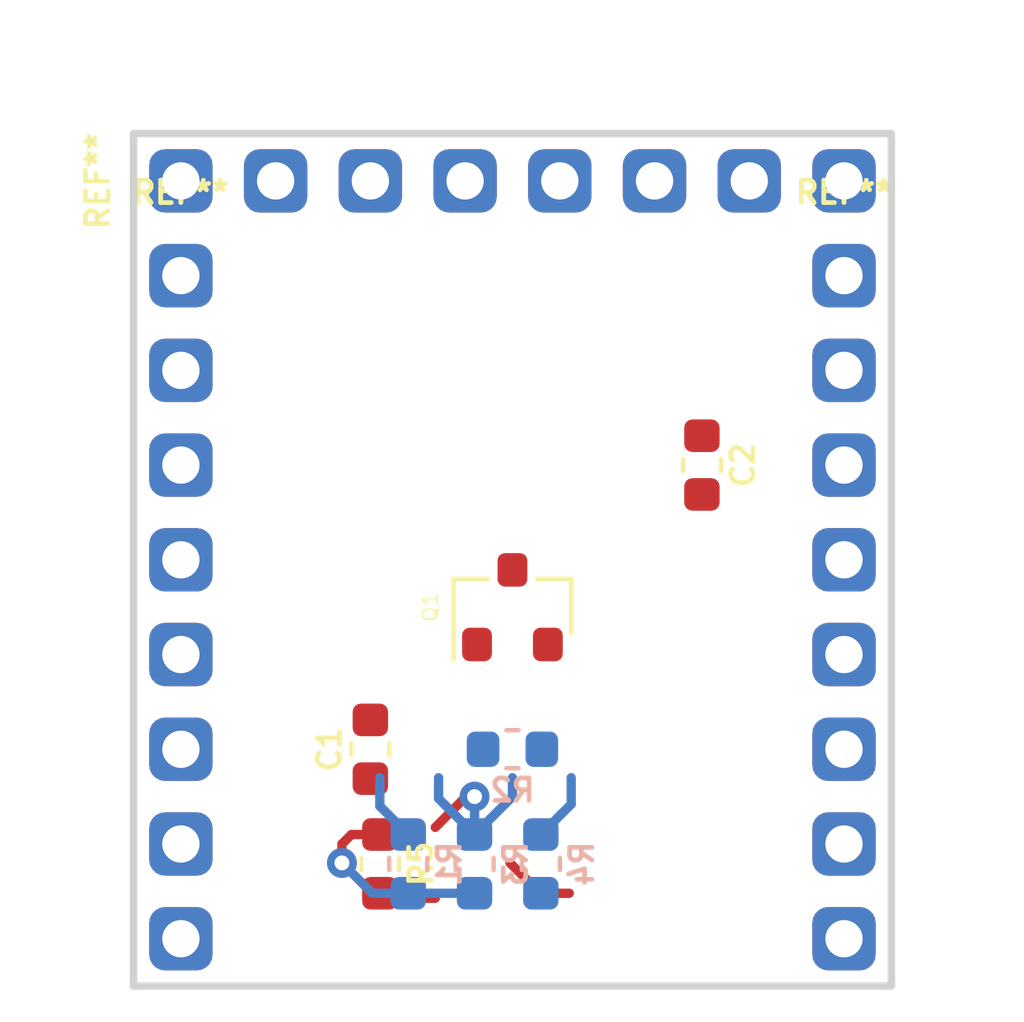
<source format=kicad_pcb>
(kicad_pcb (version 20171130) (host pcbnew "(5.0.2)-1")

  (general
    (thickness 1.6)
    (drawings 4)
    (tracks 23)
    (zones 0)
    (modules 11)
    (nets 8)
  )

  (page A4)
  (layers
    (0 F.Cu signal)
    (31 B.Cu signal)
    (32 B.Adhes user)
    (33 F.Adhes user)
    (34 B.Paste user)
    (35 F.Paste user)
    (36 B.SilkS user)
    (37 F.SilkS user)
    (38 B.Mask user)
    (39 F.Mask user)
    (40 Dwgs.User user)
    (41 Cmts.User user)
    (42 Eco1.User user)
    (43 Eco2.User user)
    (44 Edge.Cuts user)
    (45 Margin user)
    (46 B.CrtYd user)
    (47 F.CrtYd user)
    (48 B.Fab user)
    (49 F.Fab user)
  )

  (setup
    (last_trace_width 0.25)
    (trace_clearance 0.2)
    (zone_clearance 0.508)
    (zone_45_only no)
    (trace_min 0.2)
    (segment_width 0.2)
    (edge_width 0.15)
    (via_size 0.8)
    (via_drill 0.4)
    (via_min_size 0.4)
    (via_min_drill 0.3)
    (uvia_size 0.3)
    (uvia_drill 0.1)
    (uvias_allowed no)
    (uvia_min_size 0.2)
    (uvia_min_drill 0.1)
    (pcb_text_width 0.3)
    (pcb_text_size 1.5 1.5)
    (mod_edge_width 0.15)
    (mod_text_size 1 1)
    (mod_text_width 0.15)
    (pad_size 1.524 1.524)
    (pad_drill 0.762)
    (pad_to_mask_clearance 0.051)
    (solder_mask_min_width 0.25)
    (aux_axis_origin 0 0)
    (visible_elements FFFFFF7F)
    (pcbplotparams
      (layerselection 0x010fc_ffffffff)
      (usegerberextensions false)
      (usegerberattributes false)
      (usegerberadvancedattributes false)
      (creategerberjobfile false)
      (excludeedgelayer true)
      (linewidth 0.050000)
      (plotframeref false)
      (viasonmask false)
      (mode 1)
      (useauxorigin false)
      (hpglpennumber 1)
      (hpglpenspeed 20)
      (hpglpendiameter 15.000000)
      (psnegative false)
      (psa4output false)
      (plotreference true)
      (plotvalue true)
      (plotinvisibletext false)
      (padsonsilk false)
      (subtractmaskfromsilk false)
      (outputformat 1)
      (mirror false)
      (drillshape 1)
      (scaleselection 1)
      (outputdirectory ""))
  )

  (net 0 "")
  (net 1 "Net-(C1-Pad2)")
  (net 2 "Net-(Q1-Pad2)")
  (net 3 "Net-(C2-Pad1)")
  (net 4 "Net-(R1-Pad1)")
  (net 5 "Net-(C1-Pad1)")
  (net 6 "Net-(R2-Pad2)")
  (net 7 "Net-(C2-Pad2)")

  (net_class Default "This is the default net class."
    (clearance 0.2)
    (trace_width 0.25)
    (via_dia 0.8)
    (via_drill 0.4)
    (uvia_dia 0.3)
    (uvia_drill 0.1)
    (add_net "Net-(C1-Pad1)")
    (add_net "Net-(C1-Pad2)")
    (add_net "Net-(C2-Pad1)")
    (add_net "Net-(C2-Pad2)")
    (add_net "Net-(Q1-Pad2)")
    (add_net "Net-(R1-Pad1)")
    (add_net "Net-(R2-Pad2)")
  )

  (module SA_Connectors_Pin_Headers_THT:PinHeader_1x08_P2.54mm_Vertical_Bottom (layer F.Cu) (tedit 5C2D5593) (tstamp 5C613F48)
    (at 157.48 83.82 90)
    (descr "Through hole straight pin header, 1x08, 2.54mm pitch, single row")
    (tags "Through hole pin header THT 1x08 2.54mm single row")
    (fp_text reference REF** (at 0 -2.23 90) (layer F.SilkS)
      (effects (font (size 0.6 0.6) (thickness 0.127)))
    )
    (fp_text value PinHeader_1x08_P2.54mm_Vertical_Bottom (at 0 19.8 90) (layer F.Fab)
      (effects (font (size 0.3 0.3) (thickness 0.03)))
    )
    (fp_line (start -0.635 -1.27) (end 1.27 -1.27) (layer B.Fab) (width 0.1))
    (fp_line (start 1.27 -1.27) (end 1.27 19.05) (layer B.Fab) (width 0.1))
    (fp_line (start 1.27 19.05) (end -1.27 19.05) (layer B.Fab) (width 0.1))
    (fp_line (start -1.27 19.05) (end -1.27 -0.635) (layer B.Fab) (width 0.1))
    (fp_line (start -1.27 -0.635) (end -0.635 -1.27) (layer B.Fab) (width 0.1))
    (fp_line (start -1.8 -1.8) (end -1.8 19.55) (layer F.CrtYd) (width 0.05))
    (fp_line (start -1.8 19.55) (end 1.8 19.55) (layer F.CrtYd) (width 0.05))
    (fp_line (start 1.8 19.55) (end 1.8 -1.8) (layer F.CrtYd) (width 0.05))
    (fp_line (start 1.8 -1.8) (end -1.8 -1.8) (layer F.CrtYd) (width 0.05))
    (fp_text user %R (at 0 8.89 180) (layer F.Fab)
      (effects (font (size 0.5 0.5) (thickness 0.05)))
    )
    (pad 1 thru_hole roundrect (at 0 0 90) (size 1.7 1.7) (drill 1) (layers *.Cu *.Mask) (roundrect_rratio 0.25))
    (pad 2 thru_hole roundrect (at 0 2.54 90) (size 1.7 1.7) (drill 1) (layers *.Cu *.Mask) (roundrect_rratio 0.25))
    (pad 3 thru_hole roundrect (at 0 5.08 90) (size 1.7 1.7) (drill 1) (layers *.Cu *.Mask) (roundrect_rratio 0.25))
    (pad 4 thru_hole roundrect (at 0 7.62 90) (size 1.7 1.7) (drill 1) (layers *.Cu *.Mask) (roundrect_rratio 0.25))
    (pad 5 thru_hole roundrect (at 0 10.16 90) (size 1.7 1.7) (drill 1) (layers *.Cu *.Mask) (roundrect_rratio 0.25))
    (pad 6 thru_hole roundrect (at 0 12.7 90) (size 1.7 1.7) (drill 1) (layers *.Cu *.Mask) (roundrect_rratio 0.25))
    (pad 7 thru_hole roundrect (at 0 15.24 90) (size 1.7 1.7) (drill 1) (layers *.Cu *.Mask) (roundrect_rratio 0.25))
    (pad 8 thru_hole roundrect (at 0 17.78 90) (size 1.7 1.7) (drill 1) (layers *.Cu *.Mask) (roundrect_rratio 0.25))
    (model ${SA_LIB_3DSHAPES}/Packages/PinHeader_1x08_P254mm_Vertical_Bottom.step
      (at (xyz 0 0 0))
      (scale (xyz 1 1 1))
      (rotate (xyz 0 0 0))
    )
  )

  (module SA_Connectors_Pin_Headers_THT:PinHeader_1x08_P2.54mm_Vertical_Bottom (layer F.Cu) (tedit 5C2D5593) (tstamp 5C613EB9)
    (at 175.26 86.36)
    (descr "Through hole straight pin header, 1x08, 2.54mm pitch, single row")
    (tags "Through hole pin header THT 1x08 2.54mm single row")
    (fp_text reference REF** (at 0 -2.23) (layer F.SilkS)
      (effects (font (size 0.6 0.6) (thickness 0.127)))
    )
    (fp_text value PinHeader_1x08_P2.54mm_Vertical_Bottom (at 0 19.8) (layer F.Fab)
      (effects (font (size 0.3 0.3) (thickness 0.03)))
    )
    (fp_line (start -0.635 -1.27) (end 1.27 -1.27) (layer B.Fab) (width 0.1))
    (fp_line (start 1.27 -1.27) (end 1.27 19.05) (layer B.Fab) (width 0.1))
    (fp_line (start 1.27 19.05) (end -1.27 19.05) (layer B.Fab) (width 0.1))
    (fp_line (start -1.27 19.05) (end -1.27 -0.635) (layer B.Fab) (width 0.1))
    (fp_line (start -1.27 -0.635) (end -0.635 -1.27) (layer B.Fab) (width 0.1))
    (fp_line (start -1.8 -1.8) (end -1.8 19.55) (layer F.CrtYd) (width 0.05))
    (fp_line (start -1.8 19.55) (end 1.8 19.55) (layer F.CrtYd) (width 0.05))
    (fp_line (start 1.8 19.55) (end 1.8 -1.8) (layer F.CrtYd) (width 0.05))
    (fp_line (start 1.8 -1.8) (end -1.8 -1.8) (layer F.CrtYd) (width 0.05))
    (fp_text user %R (at 0 8.89 90) (layer F.Fab)
      (effects (font (size 0.5 0.5) (thickness 0.05)))
    )
    (pad 1 thru_hole roundrect (at 0 0) (size 1.7 1.7) (drill 1) (layers *.Cu *.Mask) (roundrect_rratio 0.25))
    (pad 2 thru_hole roundrect (at 0 2.54) (size 1.7 1.7) (drill 1) (layers *.Cu *.Mask) (roundrect_rratio 0.25))
    (pad 3 thru_hole roundrect (at 0 5.08) (size 1.7 1.7) (drill 1) (layers *.Cu *.Mask) (roundrect_rratio 0.25))
    (pad 4 thru_hole roundrect (at 0 7.62) (size 1.7 1.7) (drill 1) (layers *.Cu *.Mask) (roundrect_rratio 0.25))
    (pad 5 thru_hole roundrect (at 0 10.16) (size 1.7 1.7) (drill 1) (layers *.Cu *.Mask) (roundrect_rratio 0.25))
    (pad 6 thru_hole roundrect (at 0 12.7) (size 1.7 1.7) (drill 1) (layers *.Cu *.Mask) (roundrect_rratio 0.25))
    (pad 7 thru_hole roundrect (at 0 15.24) (size 1.7 1.7) (drill 1) (layers *.Cu *.Mask) (roundrect_rratio 0.25))
    (pad 8 thru_hole roundrect (at 0 17.78) (size 1.7 1.7) (drill 1) (layers *.Cu *.Mask) (roundrect_rratio 0.25))
    (model ${SA_LIB_3DSHAPES}/Packages/PinHeader_1x08_P254mm_Vertical_Bottom.step
      (at (xyz 0 0 0))
      (scale (xyz 1 1 1))
      (rotate (xyz 0 0 0))
    )
  )

  (module SA_Capacitors_SMD:C_0603_1608M (layer F.Cu) (tedit 5C29EFC9) (tstamp 5C613042)
    (at 171.45 91.44 270)
    (path /5C5F0A65)
    (attr smd)
    (fp_text reference C2 (at 0 -1.1 270) (layer F.SilkS)
      (effects (font (size 0.6 0.6) (thickness 0.127)))
    )
    (fp_text value 100n (at 0 1 270) (layer F.Fab)
      (effects (font (size 0.3 0.3) (thickness 0.03)))
    )
    (fp_text user %R (at 0 0 270) (layer F.Fab)
      (effects (font (size 0.4 0.4) (thickness 0.05)))
    )
    (fp_line (start 1.48 0.73) (end -1.48 0.73) (layer F.CrtYd) (width 0.05))
    (fp_line (start 1.48 -0.73) (end 1.48 0.73) (layer F.CrtYd) (width 0.05))
    (fp_line (start -1.48 -0.73) (end 1.48 -0.73) (layer F.CrtYd) (width 0.05))
    (fp_line (start -1.48 0.73) (end -1.48 -0.73) (layer F.CrtYd) (width 0.05))
    (fp_line (start -0.162779 0.51) (end 0.162779 0.51) (layer F.SilkS) (width 0.12))
    (fp_line (start -0.162779 -0.51) (end 0.162779 -0.51) (layer F.SilkS) (width 0.12))
    (fp_line (start 0.8 0.4) (end -0.8 0.4) (layer F.Fab) (width 0.1))
    (fp_line (start 0.8 -0.4) (end 0.8 0.4) (layer F.Fab) (width 0.1))
    (fp_line (start -0.8 -0.4) (end 0.8 -0.4) (layer F.Fab) (width 0.1))
    (fp_line (start -0.8 0.4) (end -0.8 -0.4) (layer F.Fab) (width 0.1))
    (pad 2 smd roundrect (at 0.7875 0 270) (size 0.875 0.95) (layers F.Cu F.Paste F.Mask) (roundrect_rratio 0.25)
      (net 7 "Net-(C2-Pad2)"))
    (pad 1 smd roundrect (at -0.7875 0 270) (size 0.875 0.95) (layers F.Cu F.Paste F.Mask) (roundrect_rratio 0.25)
      (net 3 "Net-(C2-Pad1)"))
    (model ${SA_LIB_3DSHAPES}/Packages/C_0603_1608Metric.step
      (at (xyz 0 0 0))
      (scale (xyz 1 1 1))
      (rotate (xyz 0 0 0))
    )
  )

  (module SA_Capacitors_SMD:C_0603_1608M (layer F.Cu) (tedit 5C29EFC9) (tstamp 5C613031)
    (at 162.56 99.06 90)
    (path /5C5F09CC)
    (attr smd)
    (fp_text reference C1 (at 0 -1.1 90) (layer F.SilkS)
      (effects (font (size 0.6 0.6) (thickness 0.127)))
    )
    (fp_text value 100n (at 0 1 90) (layer F.Fab)
      (effects (font (size 0.3 0.3) (thickness 0.03)))
    )
    (fp_line (start -0.8 0.4) (end -0.8 -0.4) (layer F.Fab) (width 0.1))
    (fp_line (start -0.8 -0.4) (end 0.8 -0.4) (layer F.Fab) (width 0.1))
    (fp_line (start 0.8 -0.4) (end 0.8 0.4) (layer F.Fab) (width 0.1))
    (fp_line (start 0.8 0.4) (end -0.8 0.4) (layer F.Fab) (width 0.1))
    (fp_line (start -0.162779 -0.51) (end 0.162779 -0.51) (layer F.SilkS) (width 0.12))
    (fp_line (start -0.162779 0.51) (end 0.162779 0.51) (layer F.SilkS) (width 0.12))
    (fp_line (start -1.48 0.73) (end -1.48 -0.73) (layer F.CrtYd) (width 0.05))
    (fp_line (start -1.48 -0.73) (end 1.48 -0.73) (layer F.CrtYd) (width 0.05))
    (fp_line (start 1.48 -0.73) (end 1.48 0.73) (layer F.CrtYd) (width 0.05))
    (fp_line (start 1.48 0.73) (end -1.48 0.73) (layer F.CrtYd) (width 0.05))
    (fp_text user %R (at 0.0255 0 90) (layer F.Fab)
      (effects (font (size 0.4 0.4) (thickness 0.05)))
    )
    (pad 1 smd roundrect (at -0.7875 0 90) (size 0.875 0.95) (layers F.Cu F.Paste F.Mask) (roundrect_rratio 0.25)
      (net 5 "Net-(C1-Pad1)"))
    (pad 2 smd roundrect (at 0.7875 0 90) (size 0.875 0.95) (layers F.Cu F.Paste F.Mask) (roundrect_rratio 0.25)
      (net 1 "Net-(C1-Pad2)"))
    (model ${SA_LIB_3DSHAPES}/Packages/C_0603_1608Metric.step
      (at (xyz 0 0 0))
      (scale (xyz 1 1 1))
      (rotate (xyz 0 0 0))
    )
  )

  (module SA_Resistors_SMD:R_0603_1608M (layer F.Cu) (tedit 5C29F11D) (tstamp 5C613020)
    (at 162.814 102.1335 270)
    (path /5C5F08FB)
    (attr smd)
    (fp_text reference R5 (at 0 -1.1 270) (layer F.SilkS)
      (effects (font (size 0.6 0.6) (thickness 0.127)))
    )
    (fp_text value 390R (at 0 0.95 270) (layer F.Fab)
      (effects (font (size 0.3 0.3) (thickness 0.03)))
    )
    (fp_line (start -0.8 0.4) (end -0.8 -0.4) (layer F.Fab) (width 0.1))
    (fp_line (start -0.8 -0.4) (end 0.8 -0.4) (layer F.Fab) (width 0.1))
    (fp_line (start 0.8 -0.4) (end 0.8 0.4) (layer F.Fab) (width 0.1))
    (fp_line (start 0.8 0.4) (end -0.8 0.4) (layer F.Fab) (width 0.1))
    (fp_line (start -0.162779 -0.51) (end 0.162779 -0.51) (layer F.SilkS) (width 0.12))
    (fp_line (start -0.162779 0.51) (end 0.162779 0.51) (layer F.SilkS) (width 0.12))
    (fp_line (start -1.48 0.73) (end -1.48 -0.73) (layer F.CrtYd) (width 0.05))
    (fp_line (start -1.48 -0.73) (end 1.48 -0.73) (layer F.CrtYd) (width 0.05))
    (fp_line (start 1.48 -0.73) (end 1.48 0.73) (layer F.CrtYd) (width 0.05))
    (fp_line (start 1.48 0.73) (end -1.48 0.73) (layer F.CrtYd) (width 0.05))
    (fp_text user %R (at 0 0 270) (layer F.Fab)
      (effects (font (size 0.4 0.4) (thickness 0.05)))
    )
    (pad 1 smd roundrect (at -0.7875 0 270) (size 0.875 0.95) (layers F.Cu F.Paste F.Mask) (roundrect_rratio 0.25)
      (net 4 "Net-(R1-Pad1)"))
    (pad 2 smd roundrect (at 0.7875 0 270) (size 0.875 0.95) (layers F.Cu F.Paste F.Mask) (roundrect_rratio 0.25)
      (net 2 "Net-(Q1-Pad2)"))
    (model ${SA_LIB_3DSHAPES}/Packages/R_0603_1608Metric.step
      (at (xyz 0 0 0))
      (scale (xyz 1 1 1))
      (rotate (xyz 0 0 0))
    )
  )

  (module SA_Resistors_SMD:R_0603_1608M (layer B.Cu) (tedit 5C29F11D) (tstamp 5C61300F)
    (at 167.132 102.1335 90)
    (path /5C5F0A3F)
    (attr smd)
    (fp_text reference R4 (at 0 1.1 90) (layer B.SilkS)
      (effects (font (size 0.6 0.6) (thickness 0.127)) (justify mirror))
    )
    (fp_text value 10k (at 0 -0.95 90) (layer B.Fab)
      (effects (font (size 0.3 0.3) (thickness 0.03)) (justify mirror))
    )
    (fp_text user %R (at 0 0 90) (layer B.Fab)
      (effects (font (size 0.4 0.4) (thickness 0.05)) (justify mirror))
    )
    (fp_line (start 1.48 -0.73) (end -1.48 -0.73) (layer B.CrtYd) (width 0.05))
    (fp_line (start 1.48 0.73) (end 1.48 -0.73) (layer B.CrtYd) (width 0.05))
    (fp_line (start -1.48 0.73) (end 1.48 0.73) (layer B.CrtYd) (width 0.05))
    (fp_line (start -1.48 -0.73) (end -1.48 0.73) (layer B.CrtYd) (width 0.05))
    (fp_line (start -0.162779 -0.51) (end 0.162779 -0.51) (layer B.SilkS) (width 0.12))
    (fp_line (start -0.162779 0.51) (end 0.162779 0.51) (layer B.SilkS) (width 0.12))
    (fp_line (start 0.8 -0.4) (end -0.8 -0.4) (layer B.Fab) (width 0.1))
    (fp_line (start 0.8 0.4) (end 0.8 -0.4) (layer B.Fab) (width 0.1))
    (fp_line (start -0.8 0.4) (end 0.8 0.4) (layer B.Fab) (width 0.1))
    (fp_line (start -0.8 -0.4) (end -0.8 0.4) (layer B.Fab) (width 0.1))
    (pad 2 smd roundrect (at 0.7875 0 90) (size 0.875 0.95) (layers B.Cu B.Paste B.Mask) (roundrect_rratio 0.25)
      (net 6 "Net-(R2-Pad2)"))
    (pad 1 smd roundrect (at -0.7875 0 90) (size 0.875 0.95) (layers B.Cu B.Paste B.Mask) (roundrect_rratio 0.25)
      (net 3 "Net-(C2-Pad1)"))
    (model ${SA_LIB_3DSHAPES}/Packages/R_0603_1608Metric.step
      (at (xyz 0 0 0))
      (scale (xyz 1 1 1))
      (rotate (xyz 0 0 0))
    )
  )

  (module SA_Resistors_SMD:R_0603_1608M (layer B.Cu) (tedit 5C29F11D) (tstamp 5C612FFE)
    (at 165.354 102.1335 90)
    (path /5C5F08AD)
    (attr smd)
    (fp_text reference R3 (at 0 1.1 90) (layer B.SilkS)
      (effects (font (size 0.6 0.6) (thickness 0.127)) (justify mirror))
    )
    (fp_text value 100k (at 0 -0.95 90) (layer B.Fab)
      (effects (font (size 0.3 0.3) (thickness 0.03)) (justify mirror))
    )
    (fp_line (start -0.8 -0.4) (end -0.8 0.4) (layer B.Fab) (width 0.1))
    (fp_line (start -0.8 0.4) (end 0.8 0.4) (layer B.Fab) (width 0.1))
    (fp_line (start 0.8 0.4) (end 0.8 -0.4) (layer B.Fab) (width 0.1))
    (fp_line (start 0.8 -0.4) (end -0.8 -0.4) (layer B.Fab) (width 0.1))
    (fp_line (start -0.162779 0.51) (end 0.162779 0.51) (layer B.SilkS) (width 0.12))
    (fp_line (start -0.162779 -0.51) (end 0.162779 -0.51) (layer B.SilkS) (width 0.12))
    (fp_line (start -1.48 -0.73) (end -1.48 0.73) (layer B.CrtYd) (width 0.05))
    (fp_line (start -1.48 0.73) (end 1.48 0.73) (layer B.CrtYd) (width 0.05))
    (fp_line (start 1.48 0.73) (end 1.48 -0.73) (layer B.CrtYd) (width 0.05))
    (fp_line (start 1.48 -0.73) (end -1.48 -0.73) (layer B.CrtYd) (width 0.05))
    (fp_text user %R (at 0 0 90) (layer B.Fab)
      (effects (font (size 0.4 0.4) (thickness 0.05)) (justify mirror))
    )
    (pad 1 smd roundrect (at -0.7875 0 90) (size 0.875 0.95) (layers B.Cu B.Paste B.Mask) (roundrect_rratio 0.25)
      (net 4 "Net-(R1-Pad1)"))
    (pad 2 smd roundrect (at 0.7875 0 90) (size 0.875 0.95) (layers B.Cu B.Paste B.Mask) (roundrect_rratio 0.25)
      (net 1 "Net-(C1-Pad2)"))
    (model ${SA_LIB_3DSHAPES}/Packages/R_0603_1608Metric.step
      (at (xyz 0 0 0))
      (scale (xyz 1 1 1))
      (rotate (xyz 0 0 0))
    )
  )

  (module SA_Resistors_SMD:R_0603_1608M (layer B.Cu) (tedit 5C29F11D) (tstamp 5C612FED)
    (at 166.37 99.06)
    (path /5C5F091B)
    (attr smd)
    (fp_text reference R2 (at 0 1.1) (layer B.SilkS)
      (effects (font (size 0.6 0.6) (thickness 0.127)) (justify mirror))
    )
    (fp_text value 1M (at 0 -0.95) (layer B.Fab)
      (effects (font (size 0.3 0.3) (thickness 0.03)) (justify mirror))
    )
    (fp_text user %R (at 0 0) (layer B.Fab)
      (effects (font (size 0.4 0.4) (thickness 0.05)) (justify mirror))
    )
    (fp_line (start 1.48 -0.73) (end -1.48 -0.73) (layer B.CrtYd) (width 0.05))
    (fp_line (start 1.48 0.73) (end 1.48 -0.73) (layer B.CrtYd) (width 0.05))
    (fp_line (start -1.48 0.73) (end 1.48 0.73) (layer B.CrtYd) (width 0.05))
    (fp_line (start -1.48 -0.73) (end -1.48 0.73) (layer B.CrtYd) (width 0.05))
    (fp_line (start -0.162779 -0.51) (end 0.162779 -0.51) (layer B.SilkS) (width 0.12))
    (fp_line (start -0.162779 0.51) (end 0.162779 0.51) (layer B.SilkS) (width 0.12))
    (fp_line (start 0.8 -0.4) (end -0.8 -0.4) (layer B.Fab) (width 0.1))
    (fp_line (start 0.8 0.4) (end 0.8 -0.4) (layer B.Fab) (width 0.1))
    (fp_line (start -0.8 0.4) (end 0.8 0.4) (layer B.Fab) (width 0.1))
    (fp_line (start -0.8 -0.4) (end -0.8 0.4) (layer B.Fab) (width 0.1))
    (pad 2 smd roundrect (at 0.7875 0) (size 0.875 0.95) (layers B.Cu B.Paste B.Mask) (roundrect_rratio 0.25)
      (net 6 "Net-(R2-Pad2)"))
    (pad 1 smd roundrect (at -0.7875 0) (size 0.875 0.95) (layers B.Cu B.Paste B.Mask) (roundrect_rratio 0.25)
      (net 1 "Net-(C1-Pad2)"))
    (model ${SA_LIB_3DSHAPES}/Packages/R_0603_1608Metric.step
      (at (xyz 0 0 0))
      (scale (xyz 1 1 1))
      (rotate (xyz 0 0 0))
    )
  )

  (module SA_Resistors_SMD:R_0603_1608M (layer B.Cu) (tedit 5C29F11D) (tstamp 5C612FDC)
    (at 163.576 102.1335 90)
    (path /5C5F0981)
    (attr smd)
    (fp_text reference R1 (at 0 1.1 90) (layer B.SilkS)
      (effects (font (size 0.6 0.6) (thickness 0.127)) (justify mirror))
    )
    (fp_text value 1M (at 0 -0.95 90) (layer B.Fab)
      (effects (font (size 0.3 0.3) (thickness 0.03)) (justify mirror))
    )
    (fp_line (start -0.8 -0.4) (end -0.8 0.4) (layer B.Fab) (width 0.1))
    (fp_line (start -0.8 0.4) (end 0.8 0.4) (layer B.Fab) (width 0.1))
    (fp_line (start 0.8 0.4) (end 0.8 -0.4) (layer B.Fab) (width 0.1))
    (fp_line (start 0.8 -0.4) (end -0.8 -0.4) (layer B.Fab) (width 0.1))
    (fp_line (start -0.162779 0.51) (end 0.162779 0.51) (layer B.SilkS) (width 0.12))
    (fp_line (start -0.162779 -0.51) (end 0.162779 -0.51) (layer B.SilkS) (width 0.12))
    (fp_line (start -1.48 -0.73) (end -1.48 0.73) (layer B.CrtYd) (width 0.05))
    (fp_line (start -1.48 0.73) (end 1.48 0.73) (layer B.CrtYd) (width 0.05))
    (fp_line (start 1.48 0.73) (end 1.48 -0.73) (layer B.CrtYd) (width 0.05))
    (fp_line (start 1.48 -0.73) (end -1.48 -0.73) (layer B.CrtYd) (width 0.05))
    (fp_text user %R (at 0 0 90) (layer B.Fab)
      (effects (font (size 0.4 0.4) (thickness 0.05)) (justify mirror))
    )
    (pad 1 smd roundrect (at -0.7875 0 90) (size 0.875 0.95) (layers B.Cu B.Paste B.Mask) (roundrect_rratio 0.25)
      (net 4 "Net-(R1-Pad1)"))
    (pad 2 smd roundrect (at 0.7875 0 90) (size 0.875 0.95) (layers B.Cu B.Paste B.Mask) (roundrect_rratio 0.25)
      (net 5 "Net-(C1-Pad1)"))
    (model ${SA_LIB_3DSHAPES}/Packages/R_0603_1608Metric.step
      (at (xyz 0 0 0))
      (scale (xyz 1 1 1))
      (rotate (xyz 0 0 0))
    )
  )

  (module SA_Transistors_BJT_SMD:ON_Semi_MMBT5088LT1G_SOT-23 (layer F.Cu) (tedit 5C264233) (tstamp 5C612FCB)
    (at 166.37 95.25 90)
    (descr "SOT-23, Standard")
    (tags SOT-23)
    (path /5C5F085C)
    (attr smd)
    (fp_text reference Q1 (at 0 -2.2 90) (layer F.SilkS)
      (effects (font (size 0.4 0.4) (thickness 0.05)))
    )
    (fp_text value ON_Semi_MMBT5088LT1G (at 0 2.05 90) (layer F.Fab)
      (effects (font (size 0.3 0.3) (thickness 0.03)))
    )
    (fp_text user %R (at 0 -0.05 180) (layer F.Fab)
      (effects (font (size 0.4 0.4) (thickness 0.05)))
    )
    (fp_line (start -0.7 -0.95) (end -0.7 1.5) (layer F.Fab) (width 0.1))
    (fp_line (start -0.15 -1.52) (end 0.7 -1.52) (layer F.Fab) (width 0.1))
    (fp_line (start -0.7 -0.95) (end -0.15 -1.52) (layer F.Fab) (width 0.1))
    (fp_line (start 0.7 -1.52) (end 0.7 1.52) (layer F.Fab) (width 0.1))
    (fp_line (start -0.7 1.52) (end 0.7 1.52) (layer F.Fab) (width 0.1))
    (fp_line (start 0.76 1.58) (end 0.76 0.65) (layer F.SilkS) (width 0.12))
    (fp_line (start 0.76 -1.58) (end 0.76 -0.65) (layer F.SilkS) (width 0.12))
    (fp_line (start -1.7 -1.75) (end 1.7 -1.75) (layer F.CrtYd) (width 0.05))
    (fp_line (start 1.7 -1.75) (end 1.7 1.75) (layer F.CrtYd) (width 0.05))
    (fp_line (start 1.7 1.75) (end -1.7 1.75) (layer F.CrtYd) (width 0.05))
    (fp_line (start -1.7 1.75) (end -1.7 -1.75) (layer F.CrtYd) (width 0.05))
    (fp_line (start 0.76 -1.58) (end -1.4 -1.58) (layer F.SilkS) (width 0.12))
    (fp_line (start 0.76 1.58) (end -0.7 1.58) (layer F.SilkS) (width 0.12))
    (pad 1 smd roundrect (at -1 -0.95 90) (size 0.9 0.8) (layers F.Cu F.Paste F.Mask) (roundrect_rratio 0.25)
      (net 1 "Net-(C1-Pad2)"))
    (pad 2 smd roundrect (at -1 0.95 90) (size 0.9 0.8) (layers F.Cu F.Paste F.Mask) (roundrect_rratio 0.25)
      (net 2 "Net-(Q1-Pad2)"))
    (pad 3 smd roundrect (at 1 0 90) (size 0.9 0.8) (layers F.Cu F.Paste F.Mask) (roundrect_rratio 0.25)
      (net 3 "Net-(C2-Pad1)"))
    (model ${SA_LIB_3DSHAPES}/ON_Semi_MMBT5088LT1G_SOT-23/ON_Semi_MMBT5088LT1G_SOT-23.step
      (at (xyz 0 0 0))
      (scale (xyz 1 1 1))
      (rotate (xyz 0 0 0))
    )
  )

  (module SA_Connectors_Pin_Headers_THT:PinHeader_1x08_P2.54mm_Vertical_Bottom (layer F.Cu) (tedit 5C2D5593) (tstamp 5C613E54)
    (at 157.48 86.36)
    (descr "Through hole straight pin header, 1x08, 2.54mm pitch, single row")
    (tags "Through hole pin header THT 1x08 2.54mm single row")
    (fp_text reference REF** (at 0 -2.23) (layer F.SilkS)
      (effects (font (size 0.6 0.6) (thickness 0.127)))
    )
    (fp_text value PinHeader_1x08_P2.54mm_Vertical_Bottom (at 0 19.8) (layer F.Fab)
      (effects (font (size 0.3 0.3) (thickness 0.03)))
    )
    (fp_text user %R (at 0 8.89 90) (layer F.Fab)
      (effects (font (size 0.5 0.5) (thickness 0.05)))
    )
    (fp_line (start 1.8 -1.8) (end -1.8 -1.8) (layer F.CrtYd) (width 0.05))
    (fp_line (start 1.8 19.55) (end 1.8 -1.8) (layer F.CrtYd) (width 0.05))
    (fp_line (start -1.8 19.55) (end 1.8 19.55) (layer F.CrtYd) (width 0.05))
    (fp_line (start -1.8 -1.8) (end -1.8 19.55) (layer F.CrtYd) (width 0.05))
    (fp_line (start -1.27 -0.635) (end -0.635 -1.27) (layer B.Fab) (width 0.1))
    (fp_line (start -1.27 19.05) (end -1.27 -0.635) (layer B.Fab) (width 0.1))
    (fp_line (start 1.27 19.05) (end -1.27 19.05) (layer B.Fab) (width 0.1))
    (fp_line (start 1.27 -1.27) (end 1.27 19.05) (layer B.Fab) (width 0.1))
    (fp_line (start -0.635 -1.27) (end 1.27 -1.27) (layer B.Fab) (width 0.1))
    (pad 8 thru_hole roundrect (at 0 17.78) (size 1.7 1.7) (drill 1) (layers *.Cu *.Mask) (roundrect_rratio 0.25))
    (pad 7 thru_hole roundrect (at 0 15.24) (size 1.7 1.7) (drill 1) (layers *.Cu *.Mask) (roundrect_rratio 0.25))
    (pad 6 thru_hole roundrect (at 0 12.7) (size 1.7 1.7) (drill 1) (layers *.Cu *.Mask) (roundrect_rratio 0.25))
    (pad 5 thru_hole roundrect (at 0 10.16) (size 1.7 1.7) (drill 1) (layers *.Cu *.Mask) (roundrect_rratio 0.25))
    (pad 4 thru_hole roundrect (at 0 7.62) (size 1.7 1.7) (drill 1) (layers *.Cu *.Mask) (roundrect_rratio 0.25))
    (pad 3 thru_hole roundrect (at 0 5.08) (size 1.7 1.7) (drill 1) (layers *.Cu *.Mask) (roundrect_rratio 0.25))
    (pad 2 thru_hole roundrect (at 0 2.54) (size 1.7 1.7) (drill 1) (layers *.Cu *.Mask) (roundrect_rratio 0.25))
    (pad 1 thru_hole roundrect (at 0 0) (size 1.7 1.7) (drill 1) (layers *.Cu *.Mask) (roundrect_rratio 0.25))
    (model ${SA_LIB_3DSHAPES}/Packages/PinHeader_1x08_P254mm_Vertical_Bottom.step
      (at (xyz 0 0 0))
      (scale (xyz 1 1 1))
      (rotate (xyz 0 0 0))
    )
  )

  (gr_line (start 176.53 82.55) (end 156.21 82.55) (layer Edge.Cuts) (width 0.2))
  (gr_line (start 176.53 105.41) (end 176.53 82.55) (layer Edge.Cuts) (width 0.2))
  (gr_line (start 156.21 105.41) (end 176.53 105.41) (layer Edge.Cuts) (width 0.2))
  (gr_line (start 156.21 82.55) (end 156.21 105.41) (layer Edge.Cuts) (width 0.2))

  (segment (start 164.389 100.381) (end 165.354 101.346) (width 0.25) (layer B.Cu) (net 1))
  (segment (start 164.389 99.822) (end 164.389 100.381) (width 0.25) (layer B.Cu) (net 1))
  (segment (start 166.37 100.33) (end 165.354 101.346) (width 0.25) (layer B.Cu) (net 1))
  (segment (start 166.37 99.822) (end 166.37 100.33) (width 0.25) (layer B.Cu) (net 1))
  (via (at 165.354 100.33) (size 0.8) (drill 0.4) (layers F.Cu B.Cu) (net 1))
  (segment (start 165.354 101.346) (end 165.354 100.33) (width 0.25) (layer B.Cu) (net 1))
  (segment (start 165.126002 100.33) (end 164.301001 101.155001) (width 0.25) (layer F.Cu) (net 1))
  (segment (start 165.354 100.33) (end 165.126002 100.33) (width 0.25) (layer F.Cu) (net 1))
  (segment (start 162.948001 103.055001) (end 162.814 102.921) (width 0.25) (layer F.Cu) (net 2))
  (segment (start 164.301001 103.055001) (end 162.948001 103.055001) (width 0.25) (layer F.Cu) (net 2))
  (segment (start 167.117 102.921) (end 166.301001 102.105001) (width 0.25) (layer F.Cu) (net 3))
  (segment (start 167.894 102.921) (end 167.117 102.921) (width 0.25) (layer F.Cu) (net 3))
  (segment (start 165.354 102.921) (end 163.576 102.921) (width 0.25) (layer B.Cu) (net 4))
  (via (at 161.798 102.108) (size 0.8) (drill 0.4) (layers F.Cu B.Cu) (net 4))
  (segment (start 163.576 102.921) (end 162.611 102.921) (width 0.25) (layer B.Cu) (net 4))
  (segment (start 162.611 102.921) (end 161.798 102.108) (width 0.25) (layer B.Cu) (net 4))
  (segment (start 161.798 102.108) (end 161.798 101.6) (width 0.25) (layer F.Cu) (net 4))
  (segment (start 162.052 101.346) (end 162.814 101.346) (width 0.25) (layer F.Cu) (net 4))
  (segment (start 161.798 101.6) (end 162.052 101.346) (width 0.25) (layer F.Cu) (net 4))
  (segment (start 162.814 100.584) (end 163.576 101.346) (width 0.25) (layer B.Cu) (net 5))
  (segment (start 162.814 99.822) (end 162.814 100.584) (width 0.25) (layer B.Cu) (net 5))
  (segment (start 167.945 100.533) (end 167.132 101.346) (width 0.25) (layer B.Cu) (net 6))
  (segment (start 167.945 99.822) (end 167.945 100.533) (width 0.25) (layer B.Cu) (net 6))

)

</source>
